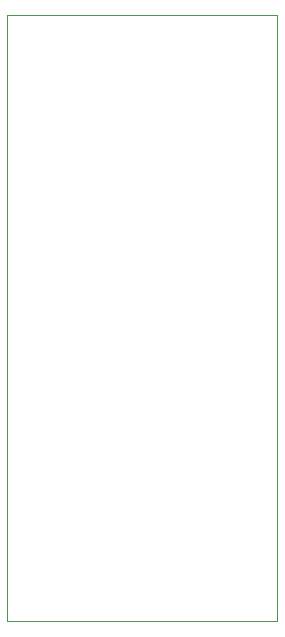
<source format=gm1>
G04 #@! TF.GenerationSoftware,KiCad,Pcbnew,(6.0.5)*
G04 #@! TF.CreationDate,2023-10-24T21:00:29+02:00*
G04 #@! TF.ProjectId,kicad-c128-byte-wide-color-ram,6b696361-642d-4633-9132-382d62797465,1.0*
G04 #@! TF.SameCoordinates,Original*
G04 #@! TF.FileFunction,Profile,NP*
%FSLAX46Y46*%
G04 Gerber Fmt 4.6, Leading zero omitted, Abs format (unit mm)*
G04 Created by KiCad (PCBNEW (6.0.5)) date 2023-10-24 21:00:29*
%MOMM*%
%LPD*%
G01*
G04 APERTURE LIST*
G04 #@! TA.AperFunction,Profile*
%ADD10C,0.100000*%
G04 #@! TD*
G04 APERTURE END LIST*
D10*
X104902000Y-62992000D02*
X127762000Y-62992000D01*
X127762000Y-62992000D02*
X127762000Y-114300000D01*
X127762000Y-114300000D02*
X104902000Y-114300000D01*
X104902000Y-114300000D02*
X104902000Y-62992000D01*
M02*

</source>
